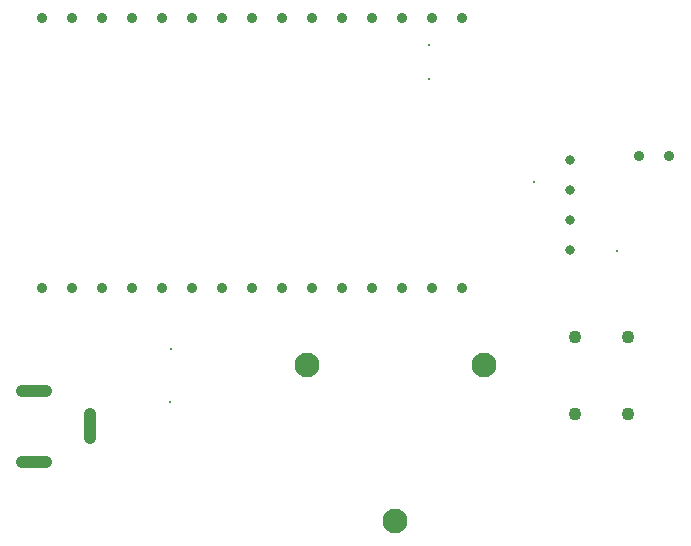
<source format=gbr>
%TF.GenerationSoftware,KiCad,Pcbnew,9.0.2*%
%TF.CreationDate,2025-08-02T19:20:44+02:00*%
%TF.ProjectId,Smart Exhaust Control,536d6172-7420-4457-9868-617573742043,rev?*%
%TF.SameCoordinates,Original*%
%TF.FileFunction,Plated,1,2,PTH,Mixed*%
%TF.FilePolarity,Positive*%
%FSLAX46Y46*%
G04 Gerber Fmt 4.6, Leading zero omitted, Abs format (unit mm)*
G04 Created by KiCad (PCBNEW 9.0.2) date 2025-08-02 19:20:44*
%MOMM*%
%LPD*%
G01*
G04 APERTURE LIST*
%TA.AperFunction,ViaDrill*%
%ADD10C,0.300000*%
%TD*%
%TA.AperFunction,ComponentDrill*%
%ADD11C,0.800000*%
%TD*%
%TA.AperFunction,ComponentDrill*%
%ADD12C,0.900000*%
%TD*%
G04 aperture for slot hole*
%TA.AperFunction,ComponentDrill*%
%ADD13C,1.000000*%
%TD*%
%TA.AperFunction,ComponentDrill*%
%ADD14C,1.100000*%
%TD*%
%TA.AperFunction,ComponentDrill*%
%ADD15C,2.100000*%
%TD*%
G04 APERTURE END LIST*
D10*
X96550000Y-72600000D03*
X96600000Y-68100000D03*
X118500000Y-42321000D03*
X118500000Y-45210000D03*
X127400000Y-53931000D03*
X134400000Y-59800000D03*
D11*
%TO.C,U2*%
X130400000Y-52080000D03*
X130400000Y-54620000D03*
X130400000Y-57160000D03*
X130400000Y-59700000D03*
D12*
%TO.C,U1*%
X85705000Y-40070000D03*
X85705000Y-62930000D03*
X88245000Y-40070000D03*
X88245000Y-62930000D03*
X90785000Y-40070000D03*
X90785000Y-62930000D03*
X93325000Y-40070000D03*
X93325000Y-62930000D03*
X95865000Y-40070000D03*
X95865000Y-62930000D03*
X98405000Y-40070000D03*
X98405000Y-62930000D03*
X100945000Y-40070000D03*
X100945000Y-62930000D03*
X103485000Y-40070000D03*
X103485000Y-62930000D03*
X106025000Y-40070000D03*
X106025000Y-62930000D03*
X108565000Y-40070000D03*
X108565000Y-62930000D03*
X111105000Y-40070000D03*
X111105000Y-62930000D03*
X113645000Y-40070000D03*
X113645000Y-62930000D03*
X116185000Y-40070000D03*
X116185000Y-62930000D03*
X118725000Y-40070000D03*
X118725000Y-62930000D03*
X121265000Y-40070000D03*
X121265000Y-62930000D03*
%TO.C,D1*%
X136260000Y-51700000D03*
X138800000Y-51700000D03*
D13*
%TO.C,J1*%
X86042500Y-71600000D02*
X84042500Y-71600000D01*
X86042500Y-77600000D02*
X84042500Y-77600000D01*
X89742500Y-73600000D02*
X89742500Y-75600000D01*
D14*
%TO.C,SW1*%
X130850000Y-67050000D03*
X130850000Y-73550000D03*
X135350000Y-67050000D03*
X135350000Y-73550000D03*
D15*
%TO.C,M1*%
X108100000Y-69400000D03*
X115600000Y-82600000D03*
X123100000Y-69400000D03*
M02*

</source>
